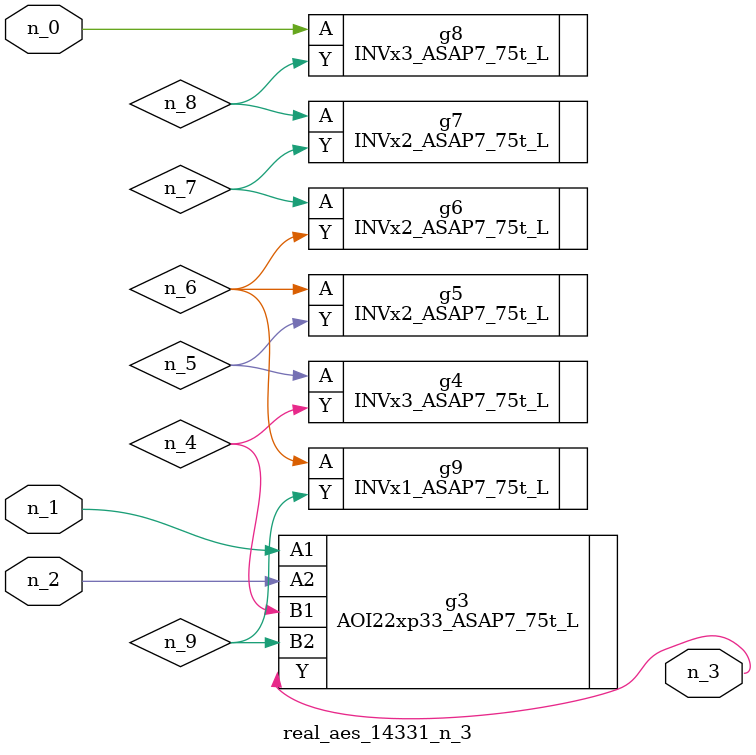
<source format=v>
module real_aes_14331_n_3 (n_0, n_2, n_1, n_3);
input n_0;
input n_2;
input n_1;
output n_3;
wire n_4;
wire n_5;
wire n_7;
wire n_9;
wire n_6;
wire n_8;
INVx3_ASAP7_75t_L g8 ( .A(n_0), .Y(n_8) );
AOI22xp33_ASAP7_75t_L g3 ( .A1(n_1), .A2(n_2), .B1(n_4), .B2(n_9), .Y(n_3) );
INVx3_ASAP7_75t_L g4 ( .A(n_5), .Y(n_4) );
INVx2_ASAP7_75t_L g5 ( .A(n_6), .Y(n_5) );
INVx1_ASAP7_75t_L g9 ( .A(n_6), .Y(n_9) );
INVx2_ASAP7_75t_L g6 ( .A(n_7), .Y(n_6) );
INVx2_ASAP7_75t_L g7 ( .A(n_8), .Y(n_7) );
endmodule
</source>
